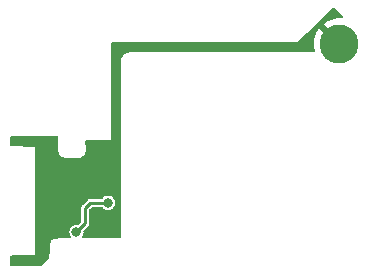
<source format=gbr>
%TF.GenerationSoftware,KiCad,Pcbnew,(6.0.8)*%
%TF.CreationDate,2022-11-07T14:55:23-05:00*%
%TF.ProjectId,3-input-or-gate,332d696e-7075-4742-9d6f-722d67617465,rev?*%
%TF.SameCoordinates,Original*%
%TF.FileFunction,Copper,L2,Bot*%
%TF.FilePolarity,Positive*%
%FSLAX46Y46*%
G04 Gerber Fmt 4.6, Leading zero omitted, Abs format (unit mm)*
G04 Created by KiCad (PCBNEW (6.0.8)) date 2022-11-07 14:55:23*
%MOMM*%
%LPD*%
G01*
G04 APERTURE LIST*
%TA.AperFunction,ComponentPad*%
%ADD10C,3.302000*%
%TD*%
%TA.AperFunction,ViaPad*%
%ADD11C,0.800000*%
%TD*%
%TA.AperFunction,Conductor*%
%ADD12C,0.250000*%
%TD*%
G04 APERTURE END LIST*
D10*
%TO.P,,9*%
%TO.N,GND*%
X170080000Y-83590000D03*
%TD*%
D11*
%TO.N,GND*%
X148000000Y-96925000D03*
%TO.N,C*%
X147825000Y-99525000D03*
X150502597Y-97039500D03*
%TD*%
D12*
%TO.N,C*%
X148575000Y-97475000D02*
X148575000Y-98775000D01*
X150502597Y-97039500D02*
X149010500Y-97039500D01*
X149010500Y-97039500D02*
X148575000Y-97475000D01*
X148575000Y-98775000D02*
X147825000Y-99525000D01*
%TD*%
%TA.AperFunction,Conductor*%
%TO.N,GND*%
G36*
X169636851Y-80547188D02*
G01*
X169677852Y-80573123D01*
X170359236Y-81217832D01*
X170394971Y-81279180D01*
X170391866Y-81350109D01*
X170350907Y-81408099D01*
X170285098Y-81434739D01*
X170254885Y-81434100D01*
X170242744Y-81432372D01*
X170234195Y-81431744D01*
X169948404Y-81430247D01*
X169939870Y-81430784D01*
X169656517Y-81468089D01*
X169648119Y-81469782D01*
X169372457Y-81545195D01*
X169364370Y-81548011D01*
X169101496Y-81660136D01*
X169093857Y-81664029D01*
X168848632Y-81810792D01*
X168841603Y-81815677D01*
X168757629Y-81882954D01*
X168749160Y-81895078D01*
X168755555Y-81906345D01*
X170350115Y-83500905D01*
X170384141Y-83563217D01*
X170379076Y-83634032D01*
X170350115Y-83679095D01*
X170169095Y-83860115D01*
X170106783Y-83894141D01*
X170035968Y-83889076D01*
X169990905Y-83860115D01*
X168395617Y-82264827D01*
X168383607Y-82258269D01*
X168371867Y-82267237D01*
X168243300Y-82446157D01*
X168238788Y-82453433D01*
X168105052Y-82706017D01*
X168101573Y-82713831D01*
X168003356Y-82982220D01*
X168000967Y-82990443D01*
X167940083Y-83269684D01*
X167938834Y-83278140D01*
X167916410Y-83563068D01*
X167916321Y-83571619D01*
X167932772Y-83856940D01*
X167933845Y-83865439D01*
X167987662Y-84139742D01*
X167981149Y-84210439D01*
X167937448Y-84266392D01*
X167864019Y-84290000D01*
X152400000Y-84290000D01*
X152100000Y-84360000D01*
X152091273Y-84365402D01*
X152091274Y-84365402D01*
X151947382Y-84454478D01*
X151944624Y-84456061D01*
X151943196Y-84457013D01*
X151937642Y-84459962D01*
X151936843Y-84460618D01*
X151934452Y-84461364D01*
X151934952Y-84462172D01*
X151897060Y-84485629D01*
X151897057Y-84485631D01*
X151890000Y-84490000D01*
X151858375Y-84523734D01*
X151846470Y-84534887D01*
X151811759Y-84563412D01*
X151807779Y-84568303D01*
X151752571Y-84636139D01*
X151746767Y-84642782D01*
X151740000Y-84650000D01*
X151739084Y-84651628D01*
X151735846Y-84654102D01*
X151737112Y-84655133D01*
X151719846Y-84676349D01*
X151708910Y-84689787D01*
X151633186Y-84834058D01*
X151636997Y-84835595D01*
X151637000Y-84835950D01*
X151637000Y-84841000D01*
X151635774Y-84847118D01*
X151637000Y-84853606D01*
X151637000Y-99914834D01*
X151616998Y-99982955D01*
X151563342Y-100029448D01*
X151511708Y-100040832D01*
X150050206Y-100049027D01*
X148429047Y-100058117D01*
X148360816Y-100038497D01*
X148314023Y-99985103D01*
X148303525Y-99914887D01*
X148328378Y-99855416D01*
X148344507Y-99834396D01*
X148344509Y-99834392D01*
X148349536Y-99827841D01*
X148410044Y-99681762D01*
X148430682Y-99525000D01*
X148421882Y-99458159D01*
X148432821Y-99388011D01*
X148457709Y-99352618D01*
X148791222Y-99019105D01*
X148799326Y-99011678D01*
X148819750Y-98994540D01*
X148828194Y-98987455D01*
X148833704Y-98977912D01*
X148833707Y-98977908D01*
X148847036Y-98954821D01*
X148852941Y-98945551D01*
X148868232Y-98923713D01*
X148874554Y-98914684D01*
X148877407Y-98904036D01*
X148878886Y-98900865D01*
X148880078Y-98897589D01*
X148885588Y-98888045D01*
X148892134Y-98850924D01*
X148894508Y-98840217D01*
X148904263Y-98803807D01*
X148900979Y-98766269D01*
X148900500Y-98755288D01*
X148900500Y-97662016D01*
X148920502Y-97593895D01*
X148937405Y-97572921D01*
X149108421Y-97401905D01*
X149170733Y-97367879D01*
X149197516Y-97365000D01*
X149933311Y-97365000D01*
X150001432Y-97385002D01*
X150033274Y-97414296D01*
X150074315Y-97467782D01*
X150199756Y-97564036D01*
X150345835Y-97624544D01*
X150502597Y-97645182D01*
X150510785Y-97644104D01*
X150651171Y-97625622D01*
X150659359Y-97624544D01*
X150805438Y-97564036D01*
X150930879Y-97467782D01*
X151027133Y-97342341D01*
X151087641Y-97196262D01*
X151108279Y-97039500D01*
X151087641Y-96882738D01*
X151027133Y-96736659D01*
X150930879Y-96611218D01*
X150805438Y-96514964D01*
X150659359Y-96454456D01*
X150502597Y-96433818D01*
X150345835Y-96454456D01*
X150199756Y-96514964D01*
X150074315Y-96611218D01*
X150069292Y-96617764D01*
X150033274Y-96664704D01*
X149975936Y-96706571D01*
X149933311Y-96714000D01*
X149030210Y-96714000D01*
X149019228Y-96713520D01*
X148992680Y-96711197D01*
X148992678Y-96711197D01*
X148981693Y-96710236D01*
X148945285Y-96719992D01*
X148934558Y-96722370D01*
X148931199Y-96722962D01*
X148897455Y-96728912D01*
X148887910Y-96734423D01*
X148884634Y-96735615D01*
X148881466Y-96737092D01*
X148870816Y-96739946D01*
X148861785Y-96746270D01*
X148839956Y-96761555D01*
X148830685Y-96767461D01*
X148807594Y-96780793D01*
X148798045Y-96786306D01*
X148790959Y-96794751D01*
X148773815Y-96815182D01*
X148766389Y-96823285D01*
X148358785Y-97230889D01*
X148350681Y-97238316D01*
X148321806Y-97262545D01*
X148316293Y-97272094D01*
X148302961Y-97295185D01*
X148297055Y-97304456D01*
X148275446Y-97335316D01*
X148272592Y-97345966D01*
X148271115Y-97349134D01*
X148269923Y-97352410D01*
X148264412Y-97361955D01*
X148258462Y-97395699D01*
X148257870Y-97399058D01*
X148255492Y-97409785D01*
X148245736Y-97446193D01*
X148246697Y-97457178D01*
X148246697Y-97457180D01*
X148249020Y-97483728D01*
X148249500Y-97494710D01*
X148249500Y-98587983D01*
X148229498Y-98656104D01*
X148212595Y-98677078D01*
X147997382Y-98892291D01*
X147935070Y-98926317D01*
X147891842Y-98928118D01*
X147825000Y-98919318D01*
X147668238Y-98939956D01*
X147522159Y-99000464D01*
X147396718Y-99096718D01*
X147300464Y-99222159D01*
X147239956Y-99368238D01*
X147219318Y-99525000D01*
X147239956Y-99681762D01*
X147300464Y-99827841D01*
X147305491Y-99834392D01*
X147305493Y-99834396D01*
X147326792Y-99862154D01*
X147352392Y-99928375D01*
X147338127Y-99997923D01*
X147288525Y-100048719D01*
X147227536Y-100064855D01*
X147064017Y-100065772D01*
X146310841Y-100069995D01*
X146310820Y-100069995D01*
X146310000Y-100070000D01*
X146109902Y-100076455D01*
X146109855Y-100074770D01*
X146102814Y-100075827D01*
X146090693Y-100076928D01*
X146090080Y-100077032D01*
X146089859Y-100077004D01*
X146088201Y-100077155D01*
X146000000Y-100080000D01*
X145987220Y-100086816D01*
X145973819Y-100093963D01*
X145962588Y-100099259D01*
X145842538Y-100148793D01*
X145774468Y-100198811D01*
X145759155Y-100208450D01*
X145715984Y-100231475D01*
X145700000Y-100240000D01*
X145678550Y-100286475D01*
X145660948Y-100314328D01*
X145640511Y-100338853D01*
X145579445Y-100464514D01*
X145550323Y-100601158D01*
X145550570Y-100608790D01*
X145550570Y-100608794D01*
X145553600Y-100702277D01*
X145551242Y-100730953D01*
X145551000Y-100732169D01*
X145551000Y-100729802D01*
X145550765Y-100729235D01*
X145550000Y-100728918D01*
X145549235Y-100729235D01*
X145549000Y-100729802D01*
X145549000Y-101235153D01*
X145548889Y-101240443D01*
X145532186Y-101637965D01*
X145509342Y-101705186D01*
X145491710Y-101725306D01*
X144796189Y-102366631D01*
X144732550Y-102398104D01*
X144710776Y-102400000D01*
X142346000Y-102400000D01*
X142277879Y-102379998D01*
X142231386Y-102326342D01*
X142220000Y-102274000D01*
X142220000Y-101627000D01*
X142240002Y-101558879D01*
X142293658Y-101512386D01*
X142346000Y-101501000D01*
X144299802Y-101501000D01*
X144300000Y-101501082D01*
X144300765Y-101500765D01*
X144301000Y-101500198D01*
X144301082Y-101500000D01*
X144301000Y-101499802D01*
X144301000Y-100073713D01*
X146109703Y-100073713D01*
X146109844Y-100074647D01*
X146109813Y-100073694D01*
X146109703Y-100073713D01*
X144301000Y-100073713D01*
X144301000Y-92300198D01*
X144301082Y-92300000D01*
X144300765Y-92299235D01*
X144300198Y-92299000D01*
X144300000Y-92298918D01*
X144299802Y-92299000D01*
X144202623Y-92299000D01*
X144200779Y-92298987D01*
X142346915Y-92271857D01*
X142279095Y-92250860D01*
X142233392Y-92196530D01*
X142222789Y-92143101D01*
X142233455Y-91657782D01*
X142236830Y-91504231D01*
X142258324Y-91436567D01*
X142312989Y-91391264D01*
X142362800Y-91381000D01*
X143948666Y-91381000D01*
X143950214Y-91381010D01*
X146178548Y-91408385D01*
X146246418Y-91429222D01*
X146292248Y-91483445D01*
X146303000Y-91534375D01*
X146303000Y-92560593D01*
X146302477Y-92572060D01*
X146295357Y-92649977D01*
X146293820Y-92666791D01*
X146310985Y-92793891D01*
X146313485Y-92800541D01*
X146313486Y-92800545D01*
X146321612Y-92822161D01*
X146329658Y-92864792D01*
X146329754Y-92871883D01*
X146329755Y-92871887D01*
X146330000Y-92890000D01*
X146338388Y-92896402D01*
X146345596Y-92904110D01*
X146344905Y-92904756D01*
X146362470Y-92923536D01*
X146426934Y-93020873D01*
X146432081Y-93025769D01*
X146432082Y-93025771D01*
X146470788Y-93062594D01*
X146519855Y-93109275D01*
X146525965Y-93112897D01*
X146525969Y-93112900D01*
X146621586Y-93169582D01*
X146630181Y-93174677D01*
X146752332Y-93213773D01*
X146786382Y-93216653D01*
X146789556Y-93217102D01*
X146789235Y-93217235D01*
X146788918Y-93218000D01*
X146789235Y-93218765D01*
X146789802Y-93219000D01*
X146808796Y-93219000D01*
X146819417Y-93219448D01*
X146880130Y-93224584D01*
X146880031Y-93221082D01*
X146880786Y-93220743D01*
X146880921Y-93220390D01*
X146894689Y-93219000D01*
X147565139Y-93219000D01*
X147570860Y-93219130D01*
X147810000Y-93230000D01*
X147852765Y-93221447D01*
X147877476Y-93219000D01*
X147937699Y-93219000D01*
X147959741Y-93222072D01*
X147959363Y-93225106D01*
X148098160Y-93225313D01*
X148232859Y-93191831D01*
X148355406Y-93126663D01*
X148458475Y-93033704D01*
X148535906Y-92918513D01*
X148570717Y-92822161D01*
X148580440Y-92795249D01*
X148580441Y-92795246D01*
X148583068Y-92787974D01*
X148590269Y-92717333D01*
X148601357Y-92679987D01*
X148602649Y-92674270D01*
X148610000Y-92660000D01*
X148597813Y-92270000D01*
X148591061Y-92053952D01*
X148591000Y-92050016D01*
X148591000Y-91826000D01*
X148611002Y-91757879D01*
X148664658Y-91711386D01*
X148717000Y-91700000D01*
X150740000Y-91700000D01*
X150740006Y-91697448D01*
X150757029Y-91695000D01*
X150775198Y-91695000D01*
X150775765Y-91694765D01*
X150776082Y-91694000D01*
X150775765Y-91693235D01*
X150775198Y-91693000D01*
X150769823Y-91693000D01*
X150771174Y-91691911D01*
X150772888Y-91675987D01*
X150774000Y-91668719D01*
X150774000Y-91670198D01*
X150774235Y-91670765D01*
X150775000Y-91671082D01*
X150775765Y-91670765D01*
X150776000Y-91670198D01*
X150776000Y-83552000D01*
X150796002Y-83483879D01*
X150849658Y-83437386D01*
X150902000Y-83426000D01*
X157597784Y-83426000D01*
X157598263Y-83426001D01*
X166540000Y-83460000D01*
X166574880Y-83426035D01*
X166578337Y-83429585D01*
X166578993Y-83428772D01*
X166575845Y-83425571D01*
X166624030Y-83378176D01*
X166624482Y-83377734D01*
X168159525Y-81882954D01*
X169503350Y-80574377D01*
X169566109Y-80541182D01*
X169636851Y-80547188D01*
G37*
%TD.AperFunction*%
%TD*%
M02*

</source>
